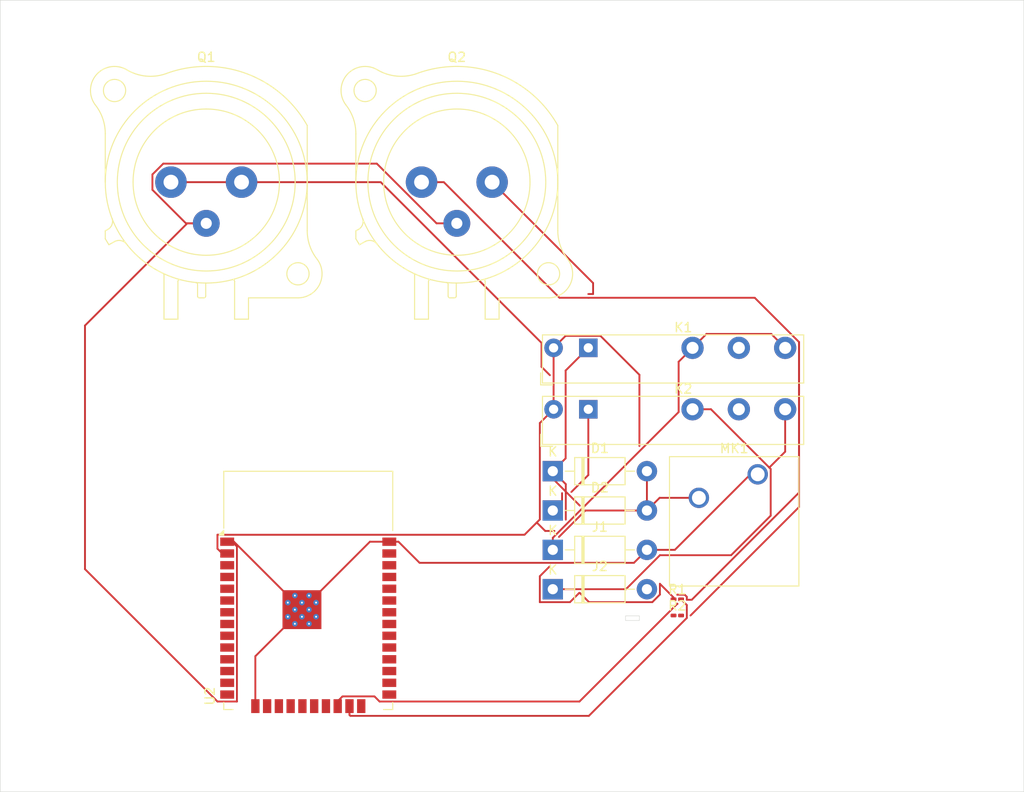
<source format=kicad_pcb>
(kicad_pcb (version 20241229) (generator "pcbnew") (generator_version "9.0")
  (layers (0 "F.Cu" signal) (2 "B.Cu" signal) (13 "F.Paste" user) (15 "B.Paste" user) (5 "F.SilkS" user "F.Silkscreen") (7 "B.SilkS" user "B.Silkscreen") (1 "F.Mask" user) (3 "B.Mask" user) (25 "Edge.Cuts" user))
  (net 0 "")
  (net 1 "Net-(D1-K)")
  (net 2 "VCC")
  (net 3 "Net-(D2-K)")
  (net 4 "GND")
  (net 5 "Net-(J1-Pin_1)")
  (net 6 "Net-(J2-Pin_1)")
  (net 9 "Net-(Q2-B)")
  (net 10 "Net-(U2-IO15)")
  (net 11 "Net-(U2-SDI{slash}SD1)")
  (footprint "Resistor_SMD:R_0201_0603Metric_Pad0.64x0.40mm_HandSolder" (layer "F.Cu") (at 150.59 110.46)
    (property "Reference" "R2" (at 0 -1.05 0) (layer "F.SilkS"))
    (property "Value" "R")
    (pad "1" smd roundrect (at -0.4075 0) (size 0.635 0.4) (layers "F.Cu" "F.Mask") (net 11 "Net-(U2-SDI{slash}SD1)"))
    (pad "2" smd roundrect (at 0.4075 0) (size 0.635 0.4) (layers "F.Cu" "F.Mask") (net 9 "Net-(Q2-B)"))
  )
  (footprint "Connector_Audio:Jack_XLR_Neutrik_NC3FAAV1-0_Vertical" (layer "F.Cu") (at 130.6 63.65)
    (property "Reference" "Q2" (at -3.81 -13.5 0) (layer "F.SilkS"))
    (property "Value" "NPN")
    (fp_line (start -14.71 0) (end -14.71 -5.24) (stroke (width 0.12)) (layer "F.SilkS"))
    (fp_line (start -14.71 5.26) (end -14.44 5.11) (stroke (width 0.12)) (layer "F.SilkS"))
    (fp_line (start -14.71 6.12) (end -14.71 5.26) (stroke (width 0.12)) (layer "F.SilkS"))
    (fp_line (start -14.32 6.76) (end -14.71 6.12) (stroke (width 0.12)) (layer "F.SilkS"))
    (fp_line (start -13.71 6.42) (end -14.32 6.76) (stroke (width 0.12)) (layer "F.SilkS"))
    (fp_line (start -8.37 10.03) (end -8.37 14.8) (stroke (width 0.12)) (layer "F.SilkS"))
    (fp_line (start -6.87 14.8) (end -8.37 14.8) (stroke (width 0.12)) (layer "F.SilkS"))
    (fp_line (start -6.87 14.8) (end -6.87 10.73) (stroke (width 0.12)) (layer "F.SilkS"))
    (fp_line (start -4.75 11.04) (end -4.75 12.3) (stroke (width 0.12)) (layer "F.SilkS"))
    (fp_line (start -4.07 12.5) (end -4.55 12.5) (stroke (width 0.12)) (layer "F.SilkS"))
    (fp_line (start -3.87 10.9) (end -3.87 12.3) (stroke (width 0.12)) (layer "F.SilkS"))
    (fp_line (start -0.75 10.73) (end -0.75 10.73) (stroke (width 0.12)) (layer "F.SilkS"))
    (fp_line (start -0.75 14.8) (end -0.75 10.73) (stroke (width 0.12)) (layer "F.SilkS"))
    (fp_line (start 0.75 12.5) (end 6.09 12.5) (stroke (width 0.12)) (layer "F.SilkS"))
    (fp_line (start 0.75 14.8) (end -0.75 14.8) (stroke (width 0.12)) (layer "F.SilkS"))
    (fp_line (start 0.75 14.8) (end 0.75 12.5) (stroke (width 0.12)) (layer "F.SilkS"))
    (fp_line (start 7.09 5.24) (end 7.09 -6.12) (stroke (width 0.12)) (layer "F.SilkS"))
    (fp_arc (start -15.766689 -8.317569) (mid -14.98153 -6.866962) (end -14.71 -5.24) (stroke (width 0.12)) (layer "F.SilkS"))
    (fp_arc (start -15.761979 -8.309032) (mid -15.65429 -11.620911) (end -12.38 -12.13) (stroke (width 0.12)) (layer "F.SilkS"))
    (fp_arc (start -13.969214 3.951372) (mid -13.999461 4.614043) (end -14.44 5.11) (stroke (width 0.12)) (layer "F.SilkS"))
    (fp_arc (start -13.71 6.42) (mid -13.01025 6.315915) (end -12.412202 6.693832) (stroke (width 0.12)) (layer "F.SilkS"))
    (fp_arc (start -8.436364 9.870864) (mid -8.385177 9.942924) (end -8.37 10.03) (stroke (width 0.12)) (layer "F.SilkS"))
    (fp_arc (start -8.12905 -11.730738) (mid 0.51404 -11.7289) (end 7.09 -6.12) (stroke (width 0.12)) (layer "F.SilkS"))
    (fp_arc (start -8.118081 -11.733841) (mid -10.293498 -11.453642) (end -12.38 -12.13) (stroke (width 0.12)) (layer "F.SilkS"))
    (fp_arc (start -6.87 10.73) (mid -6.814828 10.588126) (end -6.678303 10.520799) (stroke (width 0.12)) (layer "F.SilkS"))
    (fp_arc (start -4.908418 10.84437) (mid -4.794571 10.914136) (end -4.75 11.04) (stroke (width 0.12)) (layer "F.SilkS"))
    (fp_arc (start -4.55 12.5) (mid -4.691421 12.441421) (end -4.75 12.3) (stroke (width 0.12)) (layer "F.SilkS"))
    (fp_arc (start -3.87 12.3) (mid -3.928579 12.441421) (end -4.07 12.5) (stroke (width 0.12)) (layer "F.SilkS"))
    (fp_arc (start -0.949009 10.520288) (mid -0.807671 10.585446) (end -0.75 10.73) (stroke (width 0.12)) (layer "F.SilkS"))
    (fp_arc (start 8.141619 8.302858) (mid 8.42587 11.041804) (end 6.09 12.5) (stroke (width 0.12)) (layer "F.SilkS"))
    (fp_arc (start 8.14247 8.305283) (mid 7.360446 6.860467) (end 7.09 5.24) (stroke (width 0.12)) (layer "F.SilkS"))
    (fp_circle (center -13.71 -9.9) (end -12.51 -9.9) (stroke (width 0.12)) (fill no) (layer "F.SilkS"))
    (fp_circle (center -3.81 0) (end 4.09 0) (stroke (width 0.12)) (fill no) (layer "F.SilkS"))
    (fp_circle (center -3.81 0) (end 5.79 0) (stroke (width 0.12)) (fill no) (layer "F.SilkS"))
    (fp_circle (center -3.81 0) (end 7.09 0) (stroke (width 0.12)) (fill no) (layer "F.SilkS"))
    (fp_circle (center 6.09 9.9) (end 7.29 9.9) (stroke (width 0.12)) (fill no) (layer "F.SilkS"))
    (pad "1" thru_hole circle (at 0 0) (size 3.4 3.4) (drill 1.6) (layers "*.Cu" "*.Mask") (net 3 "Net-(D2-K)"))
    (pad "2" thru_hole circle (at -7.62 0) (size 3.4 3.4) (drill 1.6) (layers "*.Cu" "*.Mask") (net 9 "Net-(Q2-B)"))
    (pad "3" thru_hole circle (at -3.81 4.45) (size 2.9 2.9) (drill 1.2) (layers "*.Cu" "*.Mask") (net 4 "GND"))
  )
  (footprint "Relay_THT:Relay_SPDT_Finder_34.51_Vertical" (layer "F.Cu") (at 140.985 88.185)
    (property "Reference" "K2" (at 10.25 -2.2 0) (layer "F.SilkS"))
    (property "Value" "FINDER-34.51")
    (fp_line (start -5.15 4) (end -5.15 2.7) (stroke (width 0.12)) (layer "F.SilkS"))
    (fp_line (start -4.95 -1.4) (end 23.25 -1.4) (stroke (width 0.12)) (layer "F.SilkS"))
    (fp_line (start -4.95 3.8) (end -4.95 -1.4) (stroke (width 0.12)) (layer "F.SilkS"))
    (fp_line (start -3.85 4) (end -5.15 4) (stroke (width 0.12)) (layer "F.SilkS"))
    (fp_line (start 23.25 -1.4) (end 23.25 3.8) (stroke (width 0.12)) (layer "F.SilkS"))
    (fp_line (start 23.25 3.8) (end -4.95 3.8) (stroke (width 0.12)) (layer "F.SilkS"))
    (pad "11" thru_hole circle (at 16.25 0) (size 2.4 2.4) (drill 1.3) (layers "*.Cu" "*.Mask"))
    (pad "12" thru_hole circle (at 11.25 0) (size 2.4 2.4) (drill 1.3) (layers "*.Cu" "*.Mask") (net 6 "Net-(J2-Pin_1)"))
    (pad "14" thru_hole circle (at 21.25 0) (size 2.4 2.4) (drill 1.3) (layers "*.Cu" "*.Mask") (net 6 "Net-(J2-Pin_1)"))
    (pad "A1" thru_hole rect (at 0 0) (size 2 2) (drill 1) (layers "*.Cu" "*.Mask") (net 3 "Net-(D2-K)"))
    (pad "A2" thru_hole circle (at -3.75 0) (size 2 2) (drill 1) (layers "*.Cu" "*.Mask") (net 2 "VCC"))
  )
  (footprint "Relay_THT:Relay_SPDT_Finder_34.51_Vertical" (layer "F.Cu") (at 140.985 81.55)
    (property "Reference" "K1" (at 10.25 -2.2 0) (layer "F.SilkS"))
    (property "Value" "FINDER-34.51")
    (fp_line (start -5.15 4) (end -5.15 2.7) (stroke (width 0.12)) (layer "F.SilkS"))
    (fp_line (start -4.95 -1.4) (end 23.25 -1.4) (stroke (width 0.12)) (layer "F.SilkS"))
    (fp_line (start -4.95 3.8) (end -4.95 -1.4) (stroke (width 0.12)) (layer "F.SilkS"))
    (fp_line (start -3.85 4) (end -5.15 4) (stroke (width 0.12)) (layer "F.SilkS"))
    (fp_line (start 23.25 -1.4) (end 23.25 3.8) (stroke (width 0.12)) (layer "F.SilkS"))
    (fp_line (start 23.25 3.8) (end -4.95 3.8) (stroke (width 0.12)) (layer "F.SilkS"))
    (pad "11" thru_hole circle (at 16.25 0) (size 2.4 2.4) (drill 1.3) (layers "*.Cu" "*.Mask"))
    (pad "12" thru_hole circle (at 11.25 0) (size 2.4 2.4) (drill 1.3) (layers "*.Cu" "*.Mask") (net 5 "Net-(J1-Pin_1)"))
    (pad "14" thru_hole circle (at 21.25 0) (size 2.4 2.4) (drill 1.3) (layers "*.Cu" "*.Mask") (net 5 "Net-(J1-Pin_1)"))
    (pad "A1" thru_hole rect (at 0 0) (size 2 2) (drill 1) (layers "*.Cu" "*.Mask") (net 1 "Net-(D1-K)"))
    (pad "A2" thru_hole circle (at -3.75 0) (size 2 2) (drill 1) (layers "*.Cu" "*.Mask") (net 2 "VCC"))
  )
  (footprint "Button_Switch_Keyboard:SW_Cherry_MX_2.75u_Plate" (layer "F.Cu") (at 159.27 95.21)
    (property "Reference" "MK1" (at -2.54 -2.794 0) (layer "F.SilkS"))
    (property "Value" "Microphone")
    (fp_line (start -9.525 -1.905) (end 4.445 -1.905) (stroke (width 0.12)) (layer "F.SilkS"))
    (fp_line (start -9.525 12.065) (end -9.525 -1.905) (stroke (width 0.12)) (layer "F.SilkS"))
    (fp_line (start 4.445 -1.905) (end 4.445 12.065) (stroke (width 0.12)) (layer "F.SilkS"))
    (fp_line (start 4.445 12.065) (end -9.525 12.065) (stroke (width 0.12)) (layer "F.SilkS"))
    (pad "" np_thru_hole circle (at -2.54 5.08) (size 4 4) (drill 4) (layers "*.Cu" "*.Mask"))
    (pad "1" thru_hole circle (at 0 0) (size 2.2 2.2) (drill 1.5) (layers "*.Cu" "*.Mask") (net 4 "GND"))
    (pad "2" thru_hole circle (at -6.35 2.54) (size 2.2 2.2) (drill 1.5) (layers "*.Cu" "*.Mask") (net 2 "VCC"))
  )
  (footprint "Diode_THT:D_DO-41_SOD81_P10.16mm_Horizontal" (layer "F.Cu") (at 137.15 107.62)
    (property "Reference" "J2" (at 5.08 -2.47 0) (layer "F.SilkS"))
    (property "Value" "Screw_Terminal_01x02")
    (fp_line (start 1.34 0) (end 2.36 0) (stroke (width 0.12)) (layer "F.SilkS"))
    (fp_line (start 2.36 -1.47) (end 2.36 1.47) (stroke (width 0.12)) (layer "F.SilkS"))
    (fp_line (start 2.36 1.47) (end 7.8 1.47) (stroke (width 0.12)) (layer "F.SilkS"))
    (fp_line (start 3.14 -1.47) (end 3.14 1.47) (stroke (width 0.12)) (layer "F.SilkS"))
    (fp_line (start 3.26 -1.47) (end 3.26 1.47) (stroke (width 0.12)) (layer "F.SilkS"))
    (fp_line (start 3.38 -1.47) (end 3.38 1.47) (stroke (width 0.12)) (layer "F.SilkS"))
    (fp_line (start 7.8 -1.47) (end 2.36 -1.47) (stroke (width 0.12)) (layer "F.SilkS"))
    (fp_line (start 7.8 1.47) (end 7.8 -1.47) (stroke (width 0.12)) (layer "F.SilkS"))
    (fp_line (start 8.82 0) (end 7.8 0) (stroke (width 0.12)) (layer "F.SilkS"))
    (fp_text user "K" (at 0 -2.1 0) (layer "F.SilkS"))
    (pad "1" thru_hole rect (at 0 0) (size 2.2 2.2) (drill 1.1) (layers "*.Cu" "*.Mask") (net 6 "Net-(J2-Pin_1)"))
    (pad "2" thru_hole oval (at 10.16 0) (size 2.2 2.2) (drill 1.1) (layers "*.Cu" "*.Mask") (net 4 "GND"))
  )
  (footprint "Diode_THT:D_DO-41_SOD81_P10.16mm_Horizontal" (layer "F.Cu") (at 137.15 94.87)
    (property "Reference" "D1" (at 5.08 -2.47 0) (layer "F.SilkS"))
    (property "Value" "1N4007")
    (fp_line (start 1.34 0) (end 2.36 0) (stroke (width 0.12)) (layer "F.SilkS"))
    (fp_line (start 2.36 -1.47) (end 2.36 1.47) (stroke (width 0.12)) (layer "F.SilkS"))
    (fp_line (start 2.36 1.47) (end 7.8 1.47) (stroke (width 0.12)) (layer "F.SilkS"))
    (fp_line (start 3.14 -1.47) (end 3.14 1.47) (stroke (width 0.12)) (layer "F.SilkS"))
    (fp_line (start 3.26 -1.47) (end 3.26 1.47) (stroke (width 0.12)) (layer "F.SilkS"))
    (fp_line (start 3.38 -1.47) (end 3.38 1.47) (stroke (width 0.12)) (layer "F.SilkS"))
    (fp_line (start 7.8 -1.47) (end 2.36 -1.47) (stroke (width 0.12)) (layer "F.SilkS"))
    (fp_line (start 7.8 1.47) (end 7.8 -1.47) (stroke (width 0.12)) (layer "F.SilkS"))
    (fp_line (start 8.82 0) (end 7.8 0) (stroke (width 0.12)) (layer "F.SilkS"))
    (fp_text user "K" (at 0 -2.1 0) (layer "F.SilkS"))
    (pad "1" thru_hole rect (at 0 0) (size 2.2 2.2) (drill 1.1) (layers "*.Cu" "*.Mask") (net 1 "Net-(D1-K)"))
    (pad "2" thru_hole oval (at 10.16 0) (size 2.2 2.2) (drill 1.1) (layers "*.Cu" "*.Mask") (net 2 "VCC"))
  )
  (footprint "Diode_THT:D_DO-41_SOD81_P10.16mm_Horizontal" (layer "F.Cu") (at 137.15 103.37)
    (property "Reference" "J1" (at 5.08 -2.47 0) (layer "F.SilkS"))
    (property "Value" "Screw_Terminal_01x02")
    (fp_line (start 1.34 0) (end 2.36 0) (stroke (width 0.12)) (layer "F.SilkS"))
    (fp_line (start 2.36 -1.47) (end 2.36 1.47) (stroke (width 0.12)) (layer "F.SilkS"))
    (fp_line (start 2.36 1.47) (end 7.8 1.47) (stroke (width 0.12)) (layer "F.SilkS"))
    (fp_line (start 3.14 -1.47) (end 3.14 1.47) (stroke (width 0.12)) (layer "F.SilkS"))
    (fp_line (start 3.26 -1.47) (end 3.26 1.47) (stroke (width 0.12)) (layer "F.SilkS"))
    (fp_line (start 3.38 -1.47) (end 3.38 1.47) (stroke (width 0.12)) (layer "F.SilkS"))
    (fp_line (start 7.8 -1.47) (end 2.36 -1.47) (stroke (width 0.12)) (layer "F.SilkS"))
    (fp_line (start 7.8 1.47) (end 7.8 -1.47) (stroke (width 0.12)) (layer "F.SilkS"))
    (fp_line (start 8.82 0) (end 7.8 0) (stroke (width 0.12)) (layer "F.SilkS"))
    (fp_text user "K" (at 0 -2.1 0) (layer "F.SilkS"))
    (pad "1" thru_hole rect (at 0 0) (size 2.2 2.2) (drill 1.1) (layers "*.Cu" "*.Mask") (net 5 "Net-(J1-Pin_1)"))
    (pad "2" thru_hole oval (at 10.16 0) (size 2.2 2.2) (drill 1.1) (layers "*.Cu" "*.Mask") (net 4 "GND"))
  )
  (footprint "Connector_Audio:Jack_XLR_Neutrik_NC3FAAV1-0_Vertical" (layer "F.Cu") (at 103.55 63.65)
    (property "Reference" "Q1" (at -3.81 -13.5 0) (layer "F.SilkS"))
    (property "Value" "NPN")
    (fp_line (start -14.71 0) (end -14.71 -5.24) (stroke (width 0.12)) (layer "F.SilkS"))
    (fp_line (start -14.71 5.26) (end -14.44 5.11) (stroke (width 0.12)) (layer "F.SilkS"))
    (fp_line (start -14.71 6.12) (end -14.71 5.26) (stroke (width 0.12)) (layer "F.SilkS"))
    (fp_line (start -14.32 6.76) (end -14.71 6.12) (stroke (width 0.12)) (layer "F.SilkS"))
    (fp_line (start -13.71 6.42) (end -14.32 6.76) (stroke (width 0.12)) (layer "F.SilkS"))
    (fp_line (start -8.37 10.03) (end -8.37 14.8) (stroke (width 0.12)) (layer "F.SilkS"))
    (fp_line (start -6.87 14.8) (end -8.37 14.8) (stroke (width 0.12)) (layer "F.SilkS"))
    (fp_line (start -6.87 14.8) (end -6.87 10.73) (stroke (width 0.12)) (layer "F.SilkS"))
    (fp_line (start -4.75 11.04) (end -4.75 12.3) (stroke (width 0.12)) (layer "F.SilkS"))
    (fp_line (start -4.07 12.5) (end -4.55 12.5) (stroke (width 0.12)) (layer "F.SilkS"))
    (fp_line (start -3.87 10.9) (end -3.87 12.3) (stroke (width 0.12)) (layer "F.SilkS"))
    (fp_line (start -0.75 10.73) (end -0.75 10.73) (stroke (width 0.12)) (layer "F.SilkS"))
    (fp_line (start -0.75 14.8) (end -0.75 10.73) (stroke (width 0.12)) (layer "F.SilkS"))
    (fp_line (start 0.75 12.5) (end 6.09 12.5) (stroke (width 0.12)) (layer "F.SilkS"))
    (fp_line (start 0.75 14.8) (end -0.75 14.8) (stroke (width 0.12)) (layer "F.SilkS"))
    (fp_line (start 0.75 14.8) (end 0.75 12.5) (stroke (width 0.12)) (layer "F.SilkS"))
    (fp_line (start 7.09 5.24) (end 7.09 -6.12) (stroke (width 0.12)) (layer "F.SilkS"))
    (fp_arc (start -15.766689 -8.317569) (mid -14.98153 -6.866962) (end -14.71 -5.24) (stroke (width 0.12)) (layer "F.SilkS"))
    (fp_arc (start -15.761979 -8.309032) (mid -15.65429 -11.620911) (end -12.38 -12.13) (stroke (width 0.12)) (layer "F.SilkS"))
    (fp_arc (start -13.969214 3.951372) (mid -13.999461 4.614043) (end -14.44 5.11) (stroke (width 0.12)) (layer "F.SilkS"))
    (fp_arc (start -13.71 6.42) (mid -13.01025 6.315915) (end -12.412202 6.693832) (stroke (width 0.12)) (layer "F.SilkS"))
    (fp_arc (start -8.436364 9.870864) (mid -8.385177 9.942924) (end -8.37 10.03) (stroke (width 0.12)) (layer "F.SilkS"))
    (fp_arc (start -8.12905 -11.730738) (mid 0.51404 -11.7289) (end 7.09 -6.12) (stroke (width 0.12)) (layer "F.SilkS"))
    (fp_arc (start -8.118081 -11.733841) (mid -10.293498 -11.453642) (end -12.38 -12.13) (stroke (width 0.12)) (layer "F.SilkS"))
    (fp_arc (start -6.87 10.73) (mid -6.814828 10.588126) (end -6.678303 10.520799) (stroke (width 0.12)) (layer "F.SilkS"))
    (fp_arc (start -4.908418 10.84437) (mid -4.794571 10.914136) (end -4.75 11.04) (stroke (width 0.12)) (layer "F.SilkS"))
    (fp_arc (start -4.55 12.5) (mid -4.691421 12.441421) (end -4.75 12.3) (stroke (width 0.12)) (layer "F.SilkS"))
    (fp_arc (start -3.87 12.3) (mid -3.928579 12.441421) (end -4.07 12.5) (stroke (width 0.12)) (layer "F.SilkS"))
    (fp_arc (start -0.949009 10.520288) (mid -0.807671 10.585446) (end -0.75 10.73) (stroke (width 0.12)) (layer "F.SilkS"))
    (fp_arc (start 8.141619 8.302858) (mid 8.42587 11.041804) (end 6.09 12.5) (stroke (width 0.12)) (layer "F.SilkS"))
    (fp_arc (start 8.14247 8.305283) (mid 7.360446 6.860467) (end 7.09 5.24) (stroke (width 0.12)) (layer "F.SilkS"))
    (fp_circle (center -13.71 -9.9) (end -12.51 -9.9) (stroke (width 0.12)) (fill no) (layer "F.SilkS"))
    (fp_circle (center -3.81 0) (end 4.09 0) (stroke (width 0.12)) (fill no) (layer "F.SilkS"))
    (fp_circle (center -3.81 0) (end 5.79 0) (stroke (width 0.12)) (fill no) (layer "F.SilkS"))
    (fp_circle (center -3.81 0) (end 7.09 0) (stroke (width 0.12)) (fill no) (layer "F.SilkS"))
    (fp_circle (center 6.09 9.9) (end 7.29 9.9) (stroke (width 0.12)) (fill no) (layer "F.SilkS"))
    (pad "1" thru_hole circle (at 0 0) (size 3.4 3.4) (drill 1.6) (layers "*.Cu" "*.Mask") (net 1 "Net-(D1-K)"))
    (pad "2" thru_hole circle (at -7.62 0) (size 3.4 3.4) (drill 1.6) (layers "*.Cu" "*.Mask") (net 1 "Net-(D1-K)"))
    (pad "3" thru_hole circle (at -3.81 4.45) (size 2.9 2.9) (drill 1.2) (layers "*.Cu" "*.Mask") (net 4 "GND"))
  )
  (footprint "Resistor_SMD:R_0201_0603Metric_Pad0.64x0.40mm_HandSolder" (layer "F.Cu") (at 150.59 108.71)
    (property "Reference" "R1" (at 0 -1.05 0) (layer "F.SilkS"))
    (property "Value" "R")
    (pad "1" smd roundrect (at -0.4075 0) (size 0.635 0.4) (layers "F.Cu" "F.Mask") (net 1 "Net-(D1-K)"))
    (pad "2" smd roundrect (at 0.4075 0) (size 0.635 0.4) (layers "F.Cu" "F.Mask") (net 10 "Net-(U2-IO15)"))
  )
  (footprint "Diode_THT:D_DO-41_SOD81_P10.16mm_Horizontal" (layer "F.Cu") (at 137.15 99.12)
    (property "Reference" "D2" (at 5.08 -2.47 0) (layer "F.SilkS"))
    (property "Value" "1N4007")
    (fp_line (start 1.34 0) (end 2.36 0) (stroke (width 0.12)) (layer "F.SilkS"))
    (fp_line (start 2.36 -1.47) (end 2.36 1.47) (stroke (width 0.12)) (layer "F.SilkS"))
    (fp_line (start 2.36 1.47) (end 7.8 1.47) (stroke (width 0.12)) (layer "F.SilkS"))
    (fp_line (start 3.14 -1.47) (end 3.14 1.47) (stroke (width 0.12)) (layer "F.SilkS"))
    (fp_line (start 3.26 -1.47) (end 3.26 1.47) (stroke (width 0.12)) (layer "F.SilkS"))
    (fp_line (start 3.38 -1.47) (end 3.38 1.47) (stroke (width 0.12)) (layer "F.SilkS"))
    (fp_line (start 7.8 -1.47) (end 2.36 -1.47) (stroke (width 0.12)) (layer "F.SilkS"))
    (fp_line (start 7.8 1.47) (end 7.8 -1.47) (stroke (width 0.12)) (layer "F.SilkS"))
    (fp_line (start 8.82 0) (end 7.8 0) (stroke (width 0.12)) (layer "F.SilkS"))
    (fp_text user "K" (at 0 -2.1 0) (layer "F.SilkS"))
    (pad "1" thru_hole rect (at 0 0) (size 2.2 2.2) (drill 1.1) (layers "*.Cu" "*.Mask") (net 3 "Net-(D2-K)"))
    (pad "2" thru_hole oval (at 10.16 0) (size 2.2 2.2) (drill 1.1) (layers "*.Cu" "*.Mask") (net 2 "VCC"))
  )
  (footprint "RF_Module:ESP32-WROOM-32" (layer "F.Cu") (at 110.75 110.74)
    (property "Reference" "U2" (at -10.61 8.43 90) (layer "F.SilkS"))
    (property "Value" "ESP32-WROOM-32")
    (fp_line (start -9.12 -15.86) (end -9.12 -9.7) (stroke (width 0.12)) (layer "F.SilkS"))
    (fp_line (start -9.12 -15.86) (end 9.12 -15.86) (stroke (width 0.12)) (layer "F.SilkS"))
    (fp_line (start -9.12 9.1) (end -9.12 9.88) (stroke (width 0.12)) (layer "F.SilkS"))
    (fp_line (start -9.12 9.88) (end -8.12 9.88) (stroke (width 0.12)) (layer "F.SilkS"))
    (fp_line (start 9.12 -15.86) (end 9.12 -9.445) (stroke (width 0.12)) (layer "F.SilkS"))
    (fp_line (start 9.12 9.1) (end 9.12 9.88) (stroke (width 0.12)) (layer "F.SilkS"))
    (fp_line (start 9.12 9.88) (end 8.12 9.88) (stroke (width 0.12)) (layer "F.SilkS"))
    (fp_poly (pts (xy -9.125 -8.975) (xy -9.625 -8.975) (xy -9.125 -9.475) (xy -9.125 -8.975)) (stroke (width 0.12)) (fill yes) (layer "F.SilkS"))
    (pad "1" smd rect (at -8.75 -8.25) (size 1.5 0.9) (layers "F.Cu" "F.Mask" "F.Paste") (net 4 "GND"))
    (pad "2" smd rect (at -8.75 -6.98) (size 1.5 0.9) (layers "F.Cu" "F.Mask" "F.Paste") (net 2 "VCC"))
    (pad "3" smd rect (at -8.75 -5.71) (size 1.5 0.9) (layers "F.Cu" "F.Mask" "F.Paste"))
    (pad "4" smd rect (at -8.75 -4.44) (size 1.5 0.9) (layers "F.Cu" "F.Mask" "F.Paste"))
    (pad "5" smd rect (at -8.75 -3.17) (size 1.5 0.9) (layers "F.Cu" "F.Mask" "F.Paste"))
    (pad "6" smd rect (at -8.75 -1.9) (size 1.5 0.9) (layers "F.Cu" "F.Mask" "F.Paste"))
    (pad "7" smd rect (at -8.75 -0.63) (size 1.5 0.9) (layers "F.Cu" "F.Mask" "F.Paste"))
    (pad "8" smd rect (at -8.75 0.64) (size 1.5 0.9) (layers "F.Cu" "F.Mask" "F.Paste"))
    (pad "9" smd rect (at -8.75 1.91) (size 1.5 0.9) (layers "F.Cu" "F.Mask" "F.Paste"))
    (pad "10" smd rect (at -8.75 3.18) (size 1.5 0.9) (layers "F.Cu" "F.Mask" "F.Paste"))
    (pad "11" smd rect (at -8.75 4.45) (size 1.5 0.9) (layers "F.Cu" "F.Mask" "F.Paste"))
    (pad "12" smd rect (at -8.75 5.72) (size 1.5 0.9) (layers "F.Cu" "F.Mask" "F.Paste"))
    (pad "13" smd rect (at -8.75 6.99) (size 1.5 0.9) (layers "F.Cu" "F.Mask" "F.Paste"))
    (pad "14" smd rect (at -8.75 8.26) (size 1.5 0.9) (layers "F.Cu" "F.Mask" "F.Paste"))
    (pad "15" smd rect (at -5.71 9.51 90) (size 1.5 0.9) (layers "F.Cu" "F.Mask" "F.Paste") (net 4 "GND"))
    (pad "16" smd rect (at -4.44 9.51 90) (size 1.5 0.9) (layers "F.Cu" "F.Mask" "F.Paste"))
    (pad "17" smd rect (at -3.17 9.51 90) (size 1.5 0.9) (layers "F.Cu" "F.Mask" "F.Paste"))
    (pad "18" smd rect (at -1.9 9.51 90) (size 1.5 0.9) (layers "F.Cu" "F.Mask" "F.Paste"))
    (pad "19" smd rect (at -0.63 9.51 90) (size 1.5 0.9) (layers "F.Cu" "F.Mask" "F.Paste"))
    (pad "20" smd rect (at 0.64 9.51 90) (size 1.5 0.9) (layers "F.Cu" "F.Mask" "F.Paste"))
    (pad "21" smd rect (at 1.91 9.51 90) (size 1.5 0.9) (layers "F.Cu" "F.Mask" "F.Paste"))
    (pad "22" smd rect (at 3.18 9.51 90) (size 1.5 0.9) (layers "F.Cu" "F.Mask" "F.Paste") (net 11 "Net-(U2-SDI{slash}SD1)"))
    (pad "23" smd rect (at 4.45 9.51 90) (size 1.5 0.9) (layers "F.Cu" "F.Mask" "F.Paste") (net 10 "Net-(U2-IO15)"))
    (pad "24" smd rect (at 5.72 9.51 90) (size 1.5 0.9) (layers "F.Cu" "F.Mask" "F.Paste"))
    (pad "25" smd rect (at 8.75 8.26) (size 1.5 0.9) (layers "F.Cu" "F.Mask" "F.Paste"))
    (pad "26" smd rect (at 8.75 6.99) (size 1.5 0.9) (layers "F.Cu" "F.Mask" "F.Paste"))
    (pad "27" smd rect (at 8.75 5.72) (size 1.5 0.9) (layers "F.Cu" "F.Mask" "F.Paste"))
    (pad "28" smd rect (at 8.75 4.45) (size 1.5 0.9) (layers "F.Cu" "F.Mask" "F.Paste"))
    (pad "29" smd rect (at 8.75 3.18) (size 1.5 0.9) (layers "F.Cu" "F.Mask" "F.Paste"))
    (pad "30" smd rect (at 8.75 1.91) (size 1.5 0.9) (layers "F.Cu" "F.Mask" "F.Paste"))
    (pad "31" smd rect (at 8.75 0.64) (size 1.5 0.9) (layers "F.Cu" "F.Mask" "F.Paste"))
    (pad "32" smd rect (at 8.75 -0.63) (size 1.5 0.9) (layers "F.Cu" "F.Mask" "F.Paste"))
    (pad "33" smd rect (at 8.75 -1.9) (size 1.5 0.9) (layers "F.Cu" "F.Mask" "F.Paste"))
    (pad "34" smd rect (at 8.75 -3.17) (size 1.5 0.9) (layers "F.Cu" "F.Mask" "F.Paste"))
    (pad "35" smd rect (at 8.75 -4.44) (size 1.5 0.9) (layers "F.Cu" "F.Mask" "F.Paste"))
    (pad "36" smd rect (at 8.75 -5.71) (size 1.5 0.9) (layers "F.Cu" "F.Mask" "F.Paste"))
    (pad "37" smd rect (at 8.75 -6.98) (size 1.5 0.9) (layers "F.Cu" "F.Mask" "F.Paste"))
    (pad "38" smd rect (at 8.75 -8.25) (size 1.5 0.9) (layers "F.Cu" "F.Mask" "F.Paste") (net 4 "GND"))
    (pad "39" smd rect (at -2.205 -2.435) (size 1.05 1.05) (layers "F.Cu" "F.Paste") (net 4 "GND"))
    (pad "39" thru_hole circle (at -2.205 -1.6725) (size 0.6 0.6) (drill 0.2) (property pad_prop_heatsink) (layers "*.Cu" "F.Mask") (net 4 "GND"))
    (pad "39" smd rect (at -2.205 -0.91) (size 1.05 1.05) (layers "F.Cu" "F.Paste") (net 4 "GND"))
    (pad "39" thru_hole circle (at -2.205 -0.1475) (size 0.6 0.6) (drill 0.2) (property pad_prop_heatsink) (layers "*.Cu" "F.Mask") (net 4 "GND"))
    (pad "39" smd rect (at -2.205 0.615) (size 1.05 1.05) (layers "F.Cu" "F.Paste") (net 4 "GND"))
    (pad "39" thru_hole circle (at -1.4425 -2.435) (size 0.6 0.6) (drill 0.2) (property pad_prop_heatsink) (layers "*.Cu" "F.Mask") (net 4 "GND"))
    (pad "39" thru_hole circle (at -1.4425 -0.91) (size 0.6 0.6) (drill 0.2) (property pad_prop_heatsink) (layers "*.Cu" "F.Mask") (net 4 "GND"))
    (pad "39" thru_hole circle (at -1.4425 0.615) (size 0.6 0.6) (drill 0.2) (property pad_prop_heatsink) (layers "*.Cu" "F.Mask") (net 4 "GND"))
    (pad "39" smd rect (at -0.68 -2.435) (size 1.05 1.05) (layers "F.Cu" "F.Paste") (net 4 "GND"))
    (pad "39" thru_hole circle (at -0.68 -1.6725) (size 0.6 0.6) (drill 0.2) (property pad_prop_heatsink) (layers "*.Cu" "F.Mask") (net 4 "GND"))
    (pad "39" smd rect (at -0.68 -0.91) (size 1.05 1.05) (layers "F.Cu" "F.Paste") (net 4 "GND"))
    (pad "39" smd rect (at -0.68 -0.91) (size 4.2 4.2) (property pad_prop_heatsink) (layers "F.Cu" "F.Mask") (net 4 "GND"))
    (pad "39" thru_hole circle (at -0.68 -0.1475) (size 0.6 0.6) (drill 0.2) (property pad_prop_heatsink) (layers "*.Cu" "F.Mask") (net 4 "GND"))
    (pad "39" smd rect (at -0.68 0.615) (size 1.05 1.05) (layers "F.Cu" "F.Paste") (net 4 "GND"))
    (pad "39" thru_hole circle (at 0.0825 -2.435) (size 0.6 0.6) (drill 0.2) (property pad_prop_heatsink) (layers "*.Cu" "F.Mask") (net 4 "GND"))
    (pad "39" thru_hole circle (at 0.0825 -0.91) (size 0.6 0.6) (drill 0.2) (property pad_prop_heatsink) (layers "*.Cu" "F.Mask") (net 4 "GND"))
    (pad "39" thru_hole circle (at 0.0825 0.615) (size 0.6 0.6) (drill 0.2) (property pad_prop_heatsink) (layers "*.Cu" "F.Mask") (net 4 "GND"))
    (pad "39" smd rect (at 0.845 -2.435) (size 1.05 1.05) (layers "F.Cu" "F.Paste") (net 4 "GND"))
    (pad "39" thru_hole circle (at 0.845 -1.6725) (size 0.6 0.6) (drill 0.2) (property pad_prop_heatsink) (layers "*.Cu" "F.Mask") (net 4 "GND"))
    (pad "39" smd rect (at 0.845 -0.91) (size 1.05 1.05) (layers "F.Cu" "F.Paste") (net 4 "GND"))
    (pad "39" thru_hole circle (at 0.845 -0.1475) (size 0.6 0.6) (drill 0.2) (property pad_prop_heatsink) (layers "*.Cu" "F.Mask") (net 4 "GND"))
    (pad "39" smd rect (at 0.845 0.615) (size 1.05 1.05) (layers "F.Cu" "F.Paste") (net 4 "GND"))
  )
  (gr_rect (start 145 110.5) (end 146.5 111) (stroke (width 0.05)) (fill no) (layer "Edge.Cuts"))
  (gr_rect (start 77.5 44) (end 188 129.5) (stroke (width 0.05)) (fill no) (layer "Edge.Cuts"))
  (segment (start 148.711 108.200314) (end 147.890314 109.021) (width 0.2) (layer "F.Cu") (net 1))
  (segment (start 137.15 94.87) (end 138.536 93.484) (width 0.2) (layer "F.Cu") (net 1))
  (segment (start 138.536 93.484) (end 138.536 83.999) (width 0.2) (layer "F.Cu") (net 1))
  (segment (start 135.934 83.6) (end 136.834 84.5) (width 0.2) (layer "F.Cu") (net 1))
  (segment (start 137.15 95.6775) (end 140.0627 98.5902) (width 0.2) (layer "F.Cu") (net 1))
  (segment (start 150.1825 108.510001) (end 148.711 107.038501) (width 0.2) (layer "F.Cu") (net 1))
  (segment (start 103.55 63.65) (end 118.572892 63.65) (width 0.2) (layer "F.Cu") (net 1))
  (segment (start 135.934 81.011108) (end 135.934 83.6) (width 0.2) (layer "F.Cu") (net 1))
  (segment (start 148.711 107.038501) (end 148.711 108.200314) (width 0.2) (layer "F.Cu") (net 1))
  (segment (start 138.536 83.999) (end 140.985 81.55) (width 0.2) (layer "F.Cu") (net 1))
  (segment (start 147.890314 109.021) (end 141.0627 109.021) (width 0.2) (layer "F.Cu") (net 1))
  (segment (start 150.1825 108.71) (end 150.1825 108.510001) (width 0.2) (layer "F.Cu") (net 1))
  (segment (start 140 108.021) (end 139 109.021) (width 0.2) (layer "F.Cu") (net 1))
  (segment (start 137.15 94.87) (end 137.15 95.6775) (width 0.2) (layer "F.Cu") (net 1))
  (segment (start 135.749 106.219) (end 136.796 105.172) (width 0.2) (layer "F.Cu") (net 1))
  (segment (start 140.0627 108.021) (end 140 108.021) (width 0.2) (layer "F.Cu") (net 1))
  (segment (start 138.551 96.271) (end 138.551 100.1019) (width 0.2) (layer "F.Cu") (net 1))
  (segment (start 137.15 94.87) (end 138.551 96.271) (width 0.2) (layer "F.Cu") (net 1))
  (segment (start 141.0627 109.021) (end 140.0627 108.021) (width 0.2) (layer "F.Cu") (net 1))
  (segment (start 95.93 63.65) (end 103.55 63.65) (width 0.2) (layer "F.Cu") (net 1))
  (segment (start 118.572892 63.65) (end 135.934 81.011108) (width 0.2) (layer "F.Cu") (net 1))
  (segment (start 139 109.021) (end 135.749 109.021) (width 0.2) (layer "F.Cu") (net 1))
  (segment (start 135.749 109.021) (end 135.749 106.219) (width 0.2) (layer "F.Cu") (net 1))
  (segment (start 135.749 100.083836) (end 135.749 89.671) (width 0.2) (layer "F.Cu") (net 2))
  (segment (start 134.093836 101.739) (end 135.416418 100.416418) (width 0.2) (layer "F.Cu") (net 2))
  (segment (start 138.536 80.249) (end 142.286 80.249) (width 0.2) (layer "F.Cu") (net 2))
  (segment (start 100.949 103.241) (end 100.949 101.739) (width 0.2) (layer "F.Cu") (net 2))
  (segment (start 100.949 101.739) (end 134.093836 101.739) (width 0.2) (layer "F.Cu") (net 2))
  (segment (start 136.32645 101.32645) (end 137.32645 101.32645) (width 0.2) (layer "F.Cu") (net 2))
  (segment (start 148.68 97.75) (end 147.31 99.12) (width 0.2) (layer "F.Cu") (net 2))
  (segment (start 147.31 99.12) (end 140.6671 99.12) (width 0.2) (layer "F.Cu") (net 2))
  (segment (start 146.5 84.463) (end 146.5 92.1529) (width 0.2) (layer "F.Cu") (net 2))
  (segment (start 137.235 81.55) (end 137.235 88.185) (width 0.2) (layer "F.Cu") (net 2))
  (segment (start 140.6671 99.12) (end 137.8181 101.969) (width 0.2) (layer "F.Cu") (net 2))
  (segment (start 152.92 97.75) (end 148.68 97.75) (width 0.2) (layer "F.Cu") (net 2))
  (segment (start 147.31 94.87) (end 147.31 99.12) (width 0.2) (layer "F.Cu") (net 2))
  (segment (start 142.286 80.249) (end 146.5 84.463) (width 0.2) (layer "F.Cu") (net 2))
  (segment (start 135.416418 100.416418) (end 135.749 100.083836) (width 0.2) (layer "F.Cu") (net 2))
  (segment (start 135.416418 100.416418) (end 136.32645 101.32645) (width 0.2) (layer "F.Cu") (net 2))
  (segment (start 137.235 81.55) (end 138.536 80.249) (width 0.2) (layer "F.Cu") (net 2))
  (segment (start 135.749 89.671) (end 137.235 88.185) (width 0.2) (layer "F.Cu") (net 2))
  (segment (start 101.468 103.76) (end 100.949 103.241) (width 0.2) (layer "F.Cu") (net 2))
  (segment (start 102 103.76) (end 101.468 103.76) (width 0.2) (layer "F.Cu") (net 2))
  (segment (start 130.6 63.65) (end 141.5 74.55) (width 0.2) (layer "F.Cu") (net 3))
  (segment (start 140.985 88.185) (end 140.985 95.285) (width 0.2) (layer "F.Cu") (net 3))
  (segment (start 140.985 95.285) (end 139.1548 97.1152) (width 0.2) (layer "F.Cu") (net 3))
  (segment (start 141.5 75.736233) (end 140.985 75.736233) (width 0.2) (layer "F.Cu") (net 3))
  (segment (start 141.5 74.55) (end 141.5 75.736233) (width 0.2) (layer "F.Cu") (net 3))
  (segment (start 138.15 98.35) (end 138.15 97.2446) (width 0.2) (layer "F.Cu") (net 3))
  (segment (start 137.15 99.12) (end 137.38 99.12) (width 0.2) (layer "F.Cu") (net 3))
  (segment (start 137.38 99.12) (end 138.15 98.35) (width 0.2) (layer "F.Cu") (net 3))
  (segment (start 103.051 119.751) (end 103.051 103.009) (width 0.2) (layer "F.Cu") (net 4))
  (segment (start 102.532 102.49) (end 102 102.49) (width 0.2) (layer "F.Cu") (net 4))
  (segment (start 158.485184 95.21) (end 159.27 95.21) (width 0.2) (layer "F.Cu") (net 4))
  (segment (start 111.595 108.305) (end 117.41 102.49) (width 0.2) (layer "F.Cu") (net 4))
  (segment (start 99.74 68.1) (end 97.550158 68.1) (width 0.2) (layer "F.Cu") (net 4))
  (segment (start 105.04 114.86) (end 108.545 111.355) (width 0.2) (layer "F.Cu") (net 4))
  (segment (start 150.325184 103.37) (end 158.485184 95.21) (width 0.2) (layer "F.Cu") (net 4))
  (segment (start 93.929 62.821158) (end 95.101158 61.649) (width 0.2) (layer "F.Cu") (net 4))
  (segment (start 102 102.49) (end 102.73 102.49) (width 0.2) (layer "F.Cu") (net 4))
  (segment (start 99.74 68.1) (end 97.689391 68.1) (width 0.2) (layer "F.Cu") (net 4))
  (segment (start 120.49 102.49) (end 122.771 104.771) (width 0.2) (layer "F.Cu") (net 4))
  (segment (start 97.689391 68.1) (end 86.649 79.140391) (width 0.2) (layer "F.Cu") (net 4))
  (segment (start 122.771 104.771) (end 145.909 104.771) (width 0.2) (layer "F.Cu") (net 4))
  (segment (start 147.31 103.37) (end 150.325184 103.37) (width 0.2) (layer "F.Cu") (net 4))
  (segment (start 95.101158 61.649) (end 118.149158 61.649) (width 0.2) (layer "F.Cu") (net 4))
  (segment (start 105.04 120.25) (end 105.04 114.86) (width 0.2) (layer "F.Cu") (net 4))
  (segment (start 103.051 103.009) (end 102.532 102.49) (width 0.2) (layer "F.Cu") (net 4))
  (segment (start 97.550158 68.1) (end 93.929 64.478842) (width 0.2) (layer "F.Cu") (net 4))
  (segment (start 86.649 105.451) (end 100.949 119.751) (width 0.2) (layer "F.Cu") (net 4))
  (segment (start 118.149158 61.649) (end 124.600158 68.1) (width 0.2) (layer "F.Cu") (net 4))
  (segment (start 117.41 102.49) (end 119.5 102.49) (width 0.2) (layer "F.Cu") (net 4))
  (segment (start 102.73 102.49) (end 108.545 108.305) (width 0.2) (layer "F.Cu") (net 4))
  (segment (start 124.600158 68.1) (end 126.79 68.1) (width 0.2) (layer "F.Cu") (net 4))
  (segment (start 93.929 64.478842) (end 93.929 62.821158) (width 0.2) (layer "F.Cu") (net 4))
  (segment (start 145.909 104.771) (end 147.31 103.37) (width 0.2) (layer "F.Cu") (net 4))
  (segment (start 86.649 79.140391) (end 86.649 105.451) (width 0.2) (layer "F.Cu") (net 4))
  (segment (start 119.5 102.49) (end 120.49 102.49) (width 0.2) (layer "F.Cu") (net 4))
  (segment (start 100.949 119.751) (end 103.051 119.751) (width 0.2) (layer "F.Cu") (net 4))
  (segment (start 137.15 102.07) (end 150.734 88.486) (width 0.2) (layer "F.Cu") (net 5))
  (segment (start 150.734 88.486) (end 150.734 83.051) (width 0.2) (layer "F.Cu") (net 5))
  (segment (start 153.736 80.049) (end 152.235 81.55) (width 0.2) (layer "F.Cu") (net 5))
  (segment (start 150.734 83.051) (end 152.235 81.55) (width 0.2) (layer "F.Cu") (net 5))
  (segment (start 162.235 81.55) (end 160.734 80.049) (width 0.2) (layer "F.Cu") (net 5))
  (segment (start 137.15 103.37) (end 137.15 102.07) (width 0.2) (layer "F.Cu") (net 5))
  (segment (start 160.734 80.049) (end 153.736 80.049) (width 0.2) (layer "F.Cu") (net 5))
  (segment (start 162.235 92.765) (end 160.520657 94.479343) (width 0.2) (layer "F.Cu") (net 6))
  (segment (start 137.15 107.62) (end 145.041314 107.62) (width 0.2) (layer "F.Cu") (net 6))
  (segment (start 148.711 103.950314) (end 156.394502 103.950314) (width 0.2) (layer "F.Cu") (net 6))
  (segment (start 154.226314 88.185) (end 152.235 88.185) (width 0.2) (layer "F.Cu") (net 6))
  (segment (start 145.041314 107.62) (end 148.711 103.950314) (width 0.2) (layer "F.Cu") (net 6))
  (segment (start 156.394502 103.950314) (end 160.671 99.673816) (width 0.2) (layer "F.Cu") (net 6))
  (segment (start 160.671 94.629686) (end 160.520657 94.479343) (width 0.2) (layer "F.Cu") (net 6))
  (segment (start 160.671 99.673816) (end 160.671 94.629686) (width 0.2) (layer "F.Cu") (net 6))
  (segment (start 160.520657 94.479343) (end 154.226314 88.185) (width 0.2) (layer "F.Cu") (net 6))
  (segment (start 162.235 88.185) (end 162.235 92.765) (width 0.2) (layer "F.Cu") (net 6))
  (segment (start 163.736 80.928265) (end 163.736 97.175916) (width 0.2) (layer "F.Cu") (net 9))
  (segment (start 163.736 97.175916) (end 152.150516 108.7614) (width 0.2) (layer "F.Cu") (net 9))
  (segment (start 141 76.137233) (end 158.944968 76.137233) (width 0.2) (layer "F.Cu") (net 9))
  (segment (start 151.616 108.44113) (end 151.38387 108.209) (width 0.2) (layer "F.Cu") (net 9))
  (segment (start 137.871396 76.137233) (end 141 76.137233) (width 0.2) (layer "F.Cu") (net 9))
  (segment (start 163.736 80.928265) (end 163.736 98.741) (width 0.2) (layer "F.Cu") (net 9))
  (segment (start 122.98 63.65) (end 125.384163 63.65) (width 0.2) (layer "F.Cu") (net 9))
  (segment (start 158.944968 76.137233) (end 163.736 80.928265) (width 0.2) (layer "F.Cu") (net 9))
  (segment (start 163.736 98.741) (end 152.017 110.46) (width 0.2) (layer "F.Cu") (net 9))
  (segment (start 150.61113 108.209) (end 150.59 108.23013) (width 0.2) (layer "F.Cu") (net 9))
  (segment (start 152.150516 108.7614) (end 151.616 108.7614) (width 0.2) (layer "F.Cu") (net 9))
  (segment (start 151.38387 108.209) (end 150.61113 108.209) (width 0.2) (layer "F.Cu") (net 9))
  (segment (start 151.616 108.7614) (end 151.616 108.44113) (width 0.2) (layer "F.Cu") (net 9))
  (segment (start 125.384163 63.65) (end 137.871396 76.137233) (width 0.2) (layer "F.Cu") (net 9))
  (segment (start 115.301 121.301) (end 141.04387 121.301) (width 0.2) (layer "F.Cu") (net 10))
  (segment (start 115.2 120.25) (end 115.2 121.2) (width 0.2) (layer "F.Cu") (net 10))
  (segment (start 151.616 109.3285) (end 150.9975 108.71) (width 0.2) (layer "F.Cu") (net 10))
  (segment (start 115.2 121.2) (end 115.301 121.301) (width 0.2) (layer "F.Cu") (net 10))
  (segment (start 141.04387 121.301) (end 151.616 110.72887) (width 0.2) (layer "F.Cu") (net 10))
  (segment (start 151.616 110.72887) (end 151.616 109.3285) (width 0.2) (layer "F.Cu") (net 10))
  (segment (start 150.59 109.18987) (end 150.61113 109.211) (width 0.2) (layer "F.Cu") (net 11))
  (segment (start 113.93 120.25) (end 113.93 119.718) (width 0.2) (layer "F.Cu") (net 11))
  (segment (start 118.449 119.751) (end 140.02887 119.751) (width 0.2) (layer "F.Cu") (net 11))
  (segment (start 114.449 119.199) (end 117.897 119.199) (width 0.2) (layer "F.Cu") (net 11))
  (segment (start 113.93 119.718) (end 114.449 119.199) (width 0.2) (layer "F.Cu") (net 11))
  (segment (start 117.897 119.199) (end 118.449 119.751) (width 0.2) (layer "F.Cu") (net 11))
  (segment (start 140.02887 119.751) (end 150.59 109.18987) (width 0.2) (layer "F.Cu") (net 11))
)
</source>
